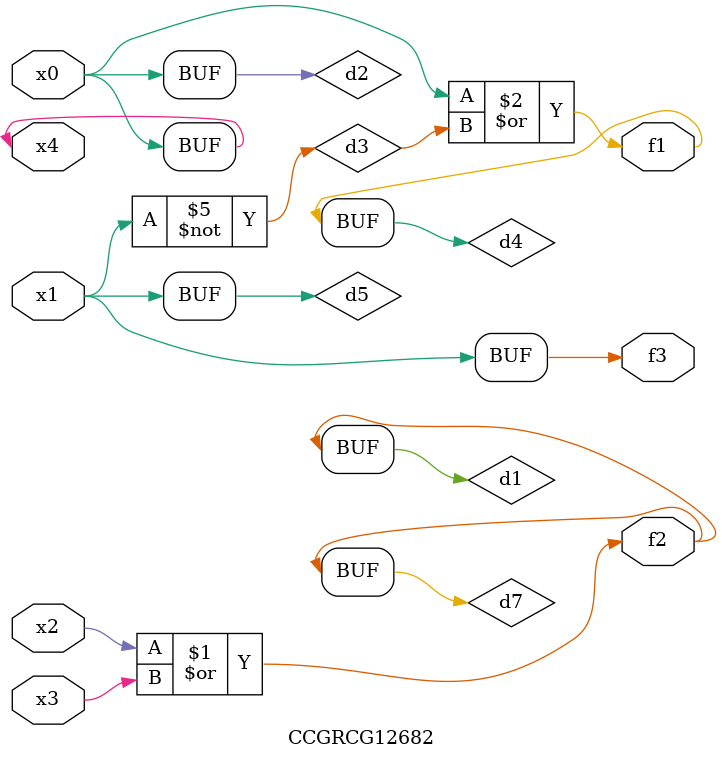
<source format=v>
module CCGRCG12682(
	input x0, x1, x2, x3, x4,
	output f1, f2, f3
);

	wire d1, d2, d3, d4, d5, d6, d7;

	or (d1, x2, x3);
	buf (d2, x0, x4);
	not (d3, x1);
	or (d4, d2, d3);
	not (d5, d3);
	nand (d6, d1, d3);
	or (d7, d1);
	assign f1 = d4;
	assign f2 = d7;
	assign f3 = d5;
endmodule

</source>
